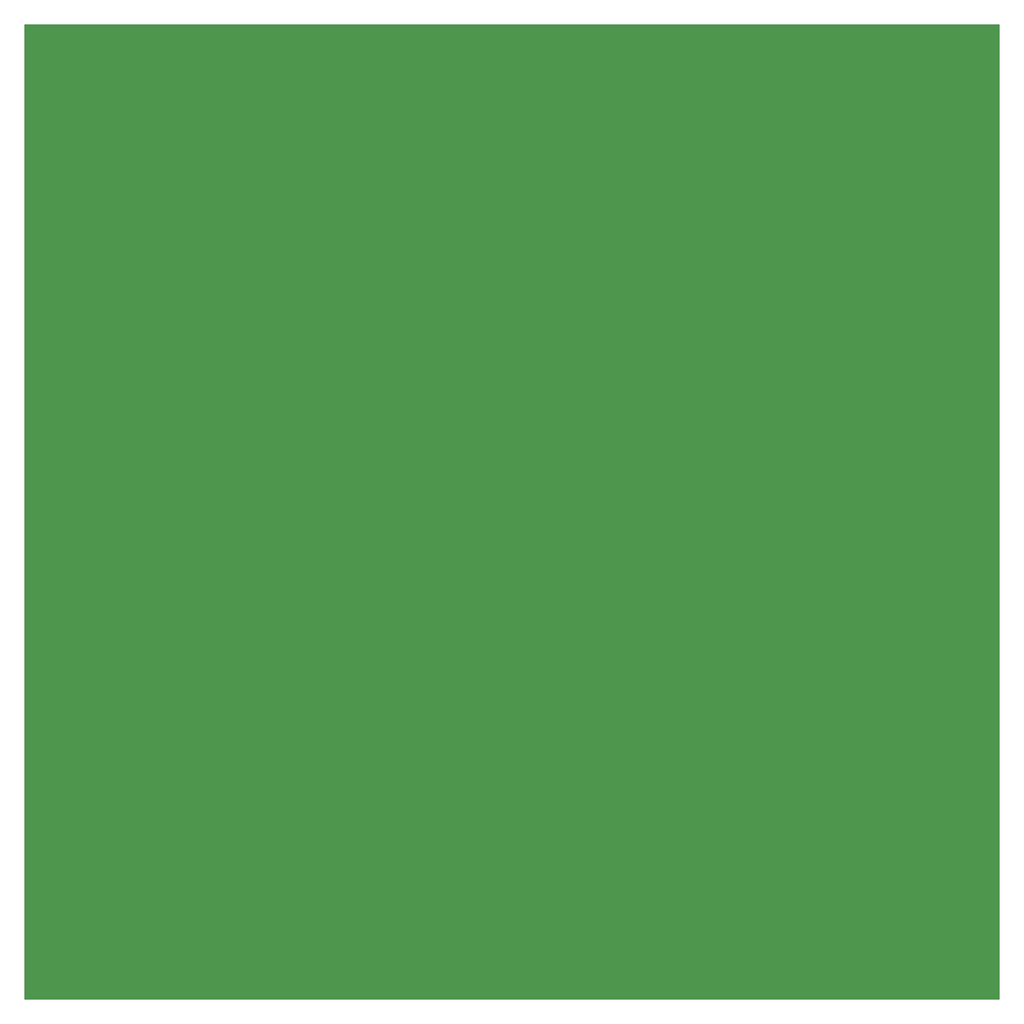
<source format=gbl>
G75*
G70*
%OFA0B0*%
%FSLAX24Y24*%
%IPPOS*%
%LPD*%
%AMOC8*
5,1,8,0,0,1.08239X$1,22.5*
%
%ADD10R,4.0000X4.0000*%
D10*
X020151Y020151D03*
M02*

</source>
